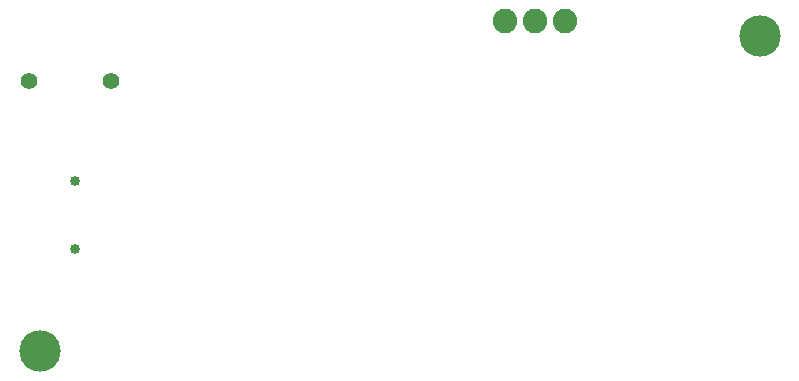
<source format=gbs>
G75*
%MOIN*%
%OFA0B0*%
%FSLAX25Y25*%
%IPPOS*%
%LPD*%
%AMOC8*
5,1,8,0,0,1.08239X$1,22.5*
%
%ADD10C,0.13800*%
%ADD11C,0.03359*%
%ADD12C,0.05524*%
%ADD13C,0.08200*%
D10*
X0225000Y0050000D03*
X0465000Y0155000D03*
D11*
X0236811Y0106878D03*
X0236811Y0084122D03*
D12*
X0248858Y0140000D03*
X0221299Y0140000D03*
D13*
X0380000Y0160000D03*
X0390000Y0160000D03*
X0400000Y0160000D03*
M02*

</source>
